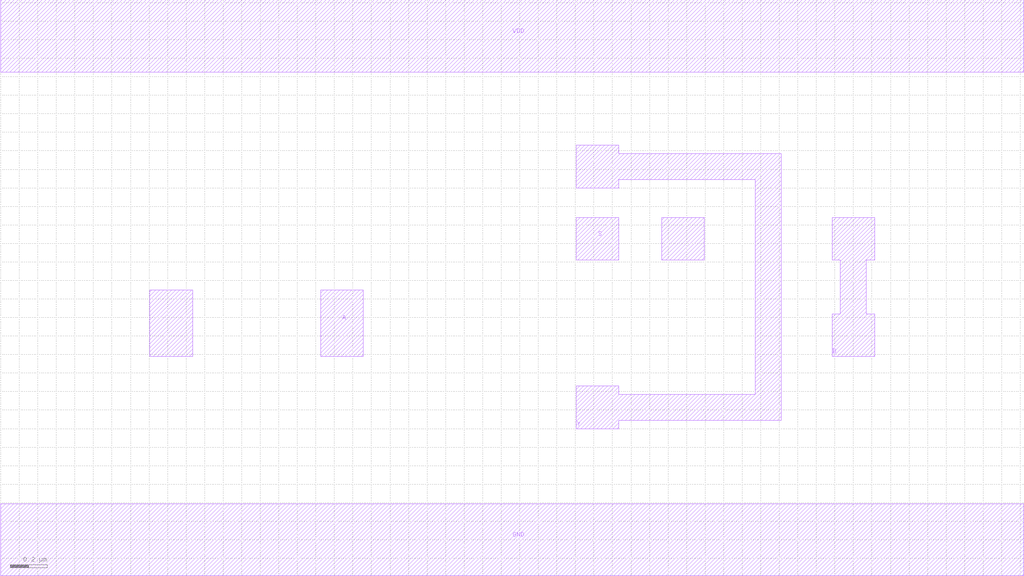
<source format=lef>
MACRO MUX2X1
 CLASS CORE ;
 ORIGIN 0 0 ;
 FOREIGN MUX2X1 0 0 ;
 SITE CORE ;
 SYMMETRY X Y R90 ;
  PIN VDD
   DIRECTION INOUT ;
   USE SIGNAL ;
   SHAPE ABUTMENT ;
    PORT
     CLASS CORE ;
       LAYER metal2 ;
        RECT 0.00000000 2.52500000 5.52000000 2.91500000 ;
    END
  END VDD

  PIN GND
   DIRECTION INOUT ;
   USE SIGNAL ;
   SHAPE ABUTMENT ;
    PORT
     CLASS CORE ;
       LAYER metal2 ;
        RECT 0.00000000 -0.19500000 5.52000000 0.19500000 ;
    END
  END GND

  PIN Y
   DIRECTION INOUT ;
   USE SIGNAL ;
   SHAPE ABUTMENT ;
    PORT
     CLASS CORE ;
       LAYER metal2 ;
        POLYGON 3.10500000 0.60000000 3.10500000 0.83000000 3.33500000 0.83000000 3.33500000 0.78500000 4.07000000 0.78500000 4.07000000 1.94500000 3.33500000 1.94500000 3.33500000 1.90000000 3.10500000 1.90000000 3.10500000 2.13000000 3.33500000 2.13000000 3.33500000 2.08500000 4.21000000 2.08500000 4.21000000 0.64500000 3.33500000 0.64500000 3.33500000 0.60000000 ;
    END
  END Y

  PIN A
   DIRECTION INOUT ;
   USE SIGNAL ;
   SHAPE ABUTMENT ;
    PORT
     CLASS CORE ;
       LAYER metal2 ;
        RECT 1.72500000 0.99000000 1.95500000 1.35000000 ;
    END
  END A

  PIN S
   DIRECTION INOUT ;
   USE SIGNAL ;
   SHAPE ABUTMENT ;
    PORT
     CLASS CORE ;
       LAYER metal2 ;
        RECT 0.80500000 0.99000000 1.03500000 1.35000000 ;
       LAYER metal2 ;
        RECT 3.56500000 1.51000000 3.79500000 1.74000000 ;
       LAYER metal2 ;
        RECT 3.10500000 1.51000000 3.33500000 1.74000000 ;
    END
  END S

  PIN B
   DIRECTION INOUT ;
   USE SIGNAL ;
   SHAPE ABUTMENT ;
    PORT
     CLASS CORE ;
       LAYER metal2 ;
        POLYGON 4.48500000 0.99000000 4.48500000 1.22000000 4.53000000 1.22000000 4.53000000 1.51000000 4.48500000 1.51000000 4.48500000 1.74000000 4.71500000 1.74000000 4.71500000 1.51000000 4.67000000 1.51000000 4.67000000 1.22000000 4.71500000 1.22000000 4.71500000 0.99000000 ;
    END
  END B


END MUX2X1

</source>
